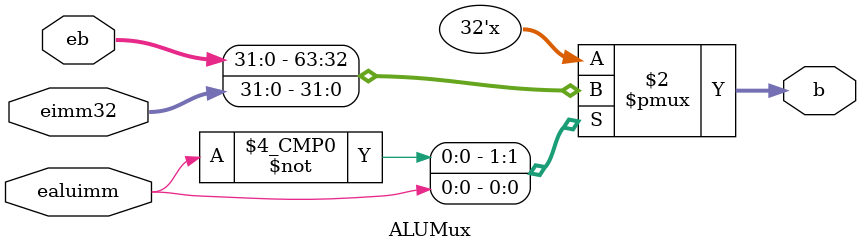
<source format=v>
`timescale 1ns / 1ps


module ALUMux(
    input [31:0] eb,    // Input B data from the ALU
    input [31:0] eimm32, // Immediate value from the pipeline
    input ealuimm,        // Mux control signal
    output reg [31:0] b  // Output data selected by the Mux
);

always @(*) begin
    case(ealuimm)
        1'b0: b <= eb; 
        1'b1: b <= eimm32;
    endcase
end

endmodule // End of the module 


</source>
